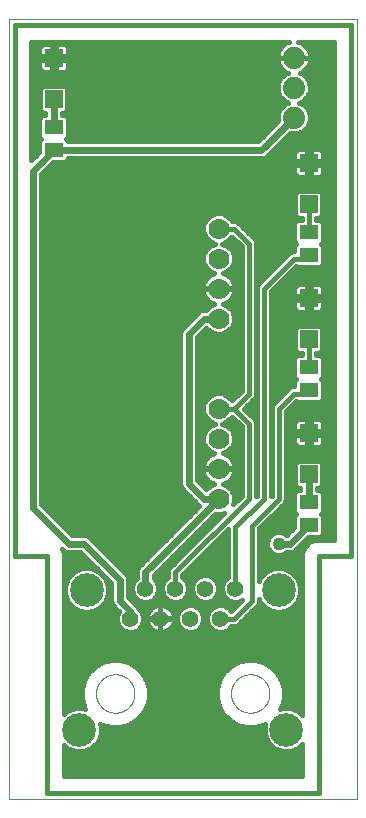
<source format=gtl>
G75*
%MOIN*%
%OFA0B0*%
%FSLAX25Y25*%
%IPPOS*%
%LPD*%
%AMOC8*
5,1,8,0,0,1.08239X$1,22.5*
%
%ADD10C,0.00000*%
%ADD11C,0.01600*%
%ADD12C,0.07000*%
%ADD13C,0.05543*%
%ADD14C,0.11220*%
%ADD15C,0.07400*%
%ADD16R,0.05906X0.05906*%
%ADD17R,0.06299X0.05118*%
%ADD18C,0.02400*%
%ADD19C,0.04356*%
%ADD20OC8,0.04356*%
D10*
X0001000Y0001000D02*
X0117142Y0001000D01*
X0117142Y0260843D01*
X0001000Y0260843D01*
X0001000Y0001000D01*
X0030100Y0036000D02*
X0030102Y0036160D01*
X0030108Y0036319D01*
X0030118Y0036478D01*
X0030132Y0036637D01*
X0030150Y0036796D01*
X0030171Y0036954D01*
X0030197Y0037111D01*
X0030227Y0037268D01*
X0030260Y0037424D01*
X0030298Y0037579D01*
X0030339Y0037733D01*
X0030384Y0037886D01*
X0030433Y0038038D01*
X0030486Y0038189D01*
X0030542Y0038338D01*
X0030603Y0038486D01*
X0030666Y0038632D01*
X0030734Y0038777D01*
X0030805Y0038920D01*
X0030879Y0039061D01*
X0030957Y0039200D01*
X0031039Y0039337D01*
X0031124Y0039472D01*
X0031212Y0039605D01*
X0031304Y0039736D01*
X0031398Y0039864D01*
X0031496Y0039990D01*
X0031597Y0040114D01*
X0031701Y0040235D01*
X0031808Y0040353D01*
X0031918Y0040469D01*
X0032031Y0040582D01*
X0032147Y0040692D01*
X0032265Y0040799D01*
X0032386Y0040903D01*
X0032510Y0041004D01*
X0032636Y0041102D01*
X0032764Y0041196D01*
X0032895Y0041288D01*
X0033028Y0041376D01*
X0033163Y0041461D01*
X0033300Y0041543D01*
X0033439Y0041621D01*
X0033580Y0041695D01*
X0033723Y0041766D01*
X0033868Y0041834D01*
X0034014Y0041897D01*
X0034162Y0041958D01*
X0034311Y0042014D01*
X0034462Y0042067D01*
X0034614Y0042116D01*
X0034767Y0042161D01*
X0034921Y0042202D01*
X0035076Y0042240D01*
X0035232Y0042273D01*
X0035389Y0042303D01*
X0035546Y0042329D01*
X0035704Y0042350D01*
X0035863Y0042368D01*
X0036022Y0042382D01*
X0036181Y0042392D01*
X0036340Y0042398D01*
X0036500Y0042400D01*
X0036660Y0042398D01*
X0036819Y0042392D01*
X0036978Y0042382D01*
X0037137Y0042368D01*
X0037296Y0042350D01*
X0037454Y0042329D01*
X0037611Y0042303D01*
X0037768Y0042273D01*
X0037924Y0042240D01*
X0038079Y0042202D01*
X0038233Y0042161D01*
X0038386Y0042116D01*
X0038538Y0042067D01*
X0038689Y0042014D01*
X0038838Y0041958D01*
X0038986Y0041897D01*
X0039132Y0041834D01*
X0039277Y0041766D01*
X0039420Y0041695D01*
X0039561Y0041621D01*
X0039700Y0041543D01*
X0039837Y0041461D01*
X0039972Y0041376D01*
X0040105Y0041288D01*
X0040236Y0041196D01*
X0040364Y0041102D01*
X0040490Y0041004D01*
X0040614Y0040903D01*
X0040735Y0040799D01*
X0040853Y0040692D01*
X0040969Y0040582D01*
X0041082Y0040469D01*
X0041192Y0040353D01*
X0041299Y0040235D01*
X0041403Y0040114D01*
X0041504Y0039990D01*
X0041602Y0039864D01*
X0041696Y0039736D01*
X0041788Y0039605D01*
X0041876Y0039472D01*
X0041961Y0039337D01*
X0042043Y0039200D01*
X0042121Y0039061D01*
X0042195Y0038920D01*
X0042266Y0038777D01*
X0042334Y0038632D01*
X0042397Y0038486D01*
X0042458Y0038338D01*
X0042514Y0038189D01*
X0042567Y0038038D01*
X0042616Y0037886D01*
X0042661Y0037733D01*
X0042702Y0037579D01*
X0042740Y0037424D01*
X0042773Y0037268D01*
X0042803Y0037111D01*
X0042829Y0036954D01*
X0042850Y0036796D01*
X0042868Y0036637D01*
X0042882Y0036478D01*
X0042892Y0036319D01*
X0042898Y0036160D01*
X0042900Y0036000D01*
X0042898Y0035840D01*
X0042892Y0035681D01*
X0042882Y0035522D01*
X0042868Y0035363D01*
X0042850Y0035204D01*
X0042829Y0035046D01*
X0042803Y0034889D01*
X0042773Y0034732D01*
X0042740Y0034576D01*
X0042702Y0034421D01*
X0042661Y0034267D01*
X0042616Y0034114D01*
X0042567Y0033962D01*
X0042514Y0033811D01*
X0042458Y0033662D01*
X0042397Y0033514D01*
X0042334Y0033368D01*
X0042266Y0033223D01*
X0042195Y0033080D01*
X0042121Y0032939D01*
X0042043Y0032800D01*
X0041961Y0032663D01*
X0041876Y0032528D01*
X0041788Y0032395D01*
X0041696Y0032264D01*
X0041602Y0032136D01*
X0041504Y0032010D01*
X0041403Y0031886D01*
X0041299Y0031765D01*
X0041192Y0031647D01*
X0041082Y0031531D01*
X0040969Y0031418D01*
X0040853Y0031308D01*
X0040735Y0031201D01*
X0040614Y0031097D01*
X0040490Y0030996D01*
X0040364Y0030898D01*
X0040236Y0030804D01*
X0040105Y0030712D01*
X0039972Y0030624D01*
X0039837Y0030539D01*
X0039700Y0030457D01*
X0039561Y0030379D01*
X0039420Y0030305D01*
X0039277Y0030234D01*
X0039132Y0030166D01*
X0038986Y0030103D01*
X0038838Y0030042D01*
X0038689Y0029986D01*
X0038538Y0029933D01*
X0038386Y0029884D01*
X0038233Y0029839D01*
X0038079Y0029798D01*
X0037924Y0029760D01*
X0037768Y0029727D01*
X0037611Y0029697D01*
X0037454Y0029671D01*
X0037296Y0029650D01*
X0037137Y0029632D01*
X0036978Y0029618D01*
X0036819Y0029608D01*
X0036660Y0029602D01*
X0036500Y0029600D01*
X0036340Y0029602D01*
X0036181Y0029608D01*
X0036022Y0029618D01*
X0035863Y0029632D01*
X0035704Y0029650D01*
X0035546Y0029671D01*
X0035389Y0029697D01*
X0035232Y0029727D01*
X0035076Y0029760D01*
X0034921Y0029798D01*
X0034767Y0029839D01*
X0034614Y0029884D01*
X0034462Y0029933D01*
X0034311Y0029986D01*
X0034162Y0030042D01*
X0034014Y0030103D01*
X0033868Y0030166D01*
X0033723Y0030234D01*
X0033580Y0030305D01*
X0033439Y0030379D01*
X0033300Y0030457D01*
X0033163Y0030539D01*
X0033028Y0030624D01*
X0032895Y0030712D01*
X0032764Y0030804D01*
X0032636Y0030898D01*
X0032510Y0030996D01*
X0032386Y0031097D01*
X0032265Y0031201D01*
X0032147Y0031308D01*
X0032031Y0031418D01*
X0031918Y0031531D01*
X0031808Y0031647D01*
X0031701Y0031765D01*
X0031597Y0031886D01*
X0031496Y0032010D01*
X0031398Y0032136D01*
X0031304Y0032264D01*
X0031212Y0032395D01*
X0031124Y0032528D01*
X0031039Y0032663D01*
X0030957Y0032800D01*
X0030879Y0032939D01*
X0030805Y0033080D01*
X0030734Y0033223D01*
X0030666Y0033368D01*
X0030603Y0033514D01*
X0030542Y0033662D01*
X0030486Y0033811D01*
X0030433Y0033962D01*
X0030384Y0034114D01*
X0030339Y0034267D01*
X0030298Y0034421D01*
X0030260Y0034576D01*
X0030227Y0034732D01*
X0030197Y0034889D01*
X0030171Y0035046D01*
X0030150Y0035204D01*
X0030132Y0035363D01*
X0030118Y0035522D01*
X0030108Y0035681D01*
X0030102Y0035840D01*
X0030100Y0036000D01*
X0075100Y0036000D02*
X0075102Y0036160D01*
X0075108Y0036319D01*
X0075118Y0036478D01*
X0075132Y0036637D01*
X0075150Y0036796D01*
X0075171Y0036954D01*
X0075197Y0037111D01*
X0075227Y0037268D01*
X0075260Y0037424D01*
X0075298Y0037579D01*
X0075339Y0037733D01*
X0075384Y0037886D01*
X0075433Y0038038D01*
X0075486Y0038189D01*
X0075542Y0038338D01*
X0075603Y0038486D01*
X0075666Y0038632D01*
X0075734Y0038777D01*
X0075805Y0038920D01*
X0075879Y0039061D01*
X0075957Y0039200D01*
X0076039Y0039337D01*
X0076124Y0039472D01*
X0076212Y0039605D01*
X0076304Y0039736D01*
X0076398Y0039864D01*
X0076496Y0039990D01*
X0076597Y0040114D01*
X0076701Y0040235D01*
X0076808Y0040353D01*
X0076918Y0040469D01*
X0077031Y0040582D01*
X0077147Y0040692D01*
X0077265Y0040799D01*
X0077386Y0040903D01*
X0077510Y0041004D01*
X0077636Y0041102D01*
X0077764Y0041196D01*
X0077895Y0041288D01*
X0078028Y0041376D01*
X0078163Y0041461D01*
X0078300Y0041543D01*
X0078439Y0041621D01*
X0078580Y0041695D01*
X0078723Y0041766D01*
X0078868Y0041834D01*
X0079014Y0041897D01*
X0079162Y0041958D01*
X0079311Y0042014D01*
X0079462Y0042067D01*
X0079614Y0042116D01*
X0079767Y0042161D01*
X0079921Y0042202D01*
X0080076Y0042240D01*
X0080232Y0042273D01*
X0080389Y0042303D01*
X0080546Y0042329D01*
X0080704Y0042350D01*
X0080863Y0042368D01*
X0081022Y0042382D01*
X0081181Y0042392D01*
X0081340Y0042398D01*
X0081500Y0042400D01*
X0081660Y0042398D01*
X0081819Y0042392D01*
X0081978Y0042382D01*
X0082137Y0042368D01*
X0082296Y0042350D01*
X0082454Y0042329D01*
X0082611Y0042303D01*
X0082768Y0042273D01*
X0082924Y0042240D01*
X0083079Y0042202D01*
X0083233Y0042161D01*
X0083386Y0042116D01*
X0083538Y0042067D01*
X0083689Y0042014D01*
X0083838Y0041958D01*
X0083986Y0041897D01*
X0084132Y0041834D01*
X0084277Y0041766D01*
X0084420Y0041695D01*
X0084561Y0041621D01*
X0084700Y0041543D01*
X0084837Y0041461D01*
X0084972Y0041376D01*
X0085105Y0041288D01*
X0085236Y0041196D01*
X0085364Y0041102D01*
X0085490Y0041004D01*
X0085614Y0040903D01*
X0085735Y0040799D01*
X0085853Y0040692D01*
X0085969Y0040582D01*
X0086082Y0040469D01*
X0086192Y0040353D01*
X0086299Y0040235D01*
X0086403Y0040114D01*
X0086504Y0039990D01*
X0086602Y0039864D01*
X0086696Y0039736D01*
X0086788Y0039605D01*
X0086876Y0039472D01*
X0086961Y0039337D01*
X0087043Y0039200D01*
X0087121Y0039061D01*
X0087195Y0038920D01*
X0087266Y0038777D01*
X0087334Y0038632D01*
X0087397Y0038486D01*
X0087458Y0038338D01*
X0087514Y0038189D01*
X0087567Y0038038D01*
X0087616Y0037886D01*
X0087661Y0037733D01*
X0087702Y0037579D01*
X0087740Y0037424D01*
X0087773Y0037268D01*
X0087803Y0037111D01*
X0087829Y0036954D01*
X0087850Y0036796D01*
X0087868Y0036637D01*
X0087882Y0036478D01*
X0087892Y0036319D01*
X0087898Y0036160D01*
X0087900Y0036000D01*
X0087898Y0035840D01*
X0087892Y0035681D01*
X0087882Y0035522D01*
X0087868Y0035363D01*
X0087850Y0035204D01*
X0087829Y0035046D01*
X0087803Y0034889D01*
X0087773Y0034732D01*
X0087740Y0034576D01*
X0087702Y0034421D01*
X0087661Y0034267D01*
X0087616Y0034114D01*
X0087567Y0033962D01*
X0087514Y0033811D01*
X0087458Y0033662D01*
X0087397Y0033514D01*
X0087334Y0033368D01*
X0087266Y0033223D01*
X0087195Y0033080D01*
X0087121Y0032939D01*
X0087043Y0032800D01*
X0086961Y0032663D01*
X0086876Y0032528D01*
X0086788Y0032395D01*
X0086696Y0032264D01*
X0086602Y0032136D01*
X0086504Y0032010D01*
X0086403Y0031886D01*
X0086299Y0031765D01*
X0086192Y0031647D01*
X0086082Y0031531D01*
X0085969Y0031418D01*
X0085853Y0031308D01*
X0085735Y0031201D01*
X0085614Y0031097D01*
X0085490Y0030996D01*
X0085364Y0030898D01*
X0085236Y0030804D01*
X0085105Y0030712D01*
X0084972Y0030624D01*
X0084837Y0030539D01*
X0084700Y0030457D01*
X0084561Y0030379D01*
X0084420Y0030305D01*
X0084277Y0030234D01*
X0084132Y0030166D01*
X0083986Y0030103D01*
X0083838Y0030042D01*
X0083689Y0029986D01*
X0083538Y0029933D01*
X0083386Y0029884D01*
X0083233Y0029839D01*
X0083079Y0029798D01*
X0082924Y0029760D01*
X0082768Y0029727D01*
X0082611Y0029697D01*
X0082454Y0029671D01*
X0082296Y0029650D01*
X0082137Y0029632D01*
X0081978Y0029618D01*
X0081819Y0029608D01*
X0081660Y0029602D01*
X0081500Y0029600D01*
X0081340Y0029602D01*
X0081181Y0029608D01*
X0081022Y0029618D01*
X0080863Y0029632D01*
X0080704Y0029650D01*
X0080546Y0029671D01*
X0080389Y0029697D01*
X0080232Y0029727D01*
X0080076Y0029760D01*
X0079921Y0029798D01*
X0079767Y0029839D01*
X0079614Y0029884D01*
X0079462Y0029933D01*
X0079311Y0029986D01*
X0079162Y0030042D01*
X0079014Y0030103D01*
X0078868Y0030166D01*
X0078723Y0030234D01*
X0078580Y0030305D01*
X0078439Y0030379D01*
X0078300Y0030457D01*
X0078163Y0030539D01*
X0078028Y0030624D01*
X0077895Y0030712D01*
X0077764Y0030804D01*
X0077636Y0030898D01*
X0077510Y0030996D01*
X0077386Y0031097D01*
X0077265Y0031201D01*
X0077147Y0031308D01*
X0077031Y0031418D01*
X0076918Y0031531D01*
X0076808Y0031647D01*
X0076701Y0031765D01*
X0076597Y0031886D01*
X0076496Y0032010D01*
X0076398Y0032136D01*
X0076304Y0032264D01*
X0076212Y0032395D01*
X0076124Y0032528D01*
X0076039Y0032663D01*
X0075957Y0032800D01*
X0075879Y0032939D01*
X0075805Y0033080D01*
X0075734Y0033223D01*
X0075666Y0033368D01*
X0075603Y0033514D01*
X0075542Y0033662D01*
X0075486Y0033811D01*
X0075433Y0033962D01*
X0075384Y0034114D01*
X0075339Y0034267D01*
X0075298Y0034421D01*
X0075260Y0034576D01*
X0075227Y0034732D01*
X0075197Y0034889D01*
X0075171Y0035046D01*
X0075150Y0035204D01*
X0075132Y0035363D01*
X0075118Y0035522D01*
X0075108Y0035681D01*
X0075102Y0035840D01*
X0075100Y0036000D01*
D11*
X0071063Y0031677D02*
X0072538Y0029123D01*
X0074623Y0027038D01*
X0077177Y0025563D01*
X0080025Y0024800D01*
X0082975Y0024800D01*
X0085823Y0025563D01*
X0086507Y0025958D01*
X0086290Y0025434D01*
X0086290Y0022566D01*
X0087387Y0019916D01*
X0089416Y0017887D01*
X0092066Y0016790D01*
X0094934Y0016790D01*
X0097584Y0017887D01*
X0098762Y0019065D01*
X0098762Y0008568D01*
X0019380Y0008568D01*
X0019380Y0018924D01*
X0020416Y0017887D01*
X0023066Y0016790D01*
X0025934Y0016790D01*
X0028584Y0017887D01*
X0030613Y0019916D01*
X0031710Y0022566D01*
X0031710Y0025434D01*
X0031493Y0025958D01*
X0032177Y0025563D01*
X0035025Y0024800D01*
X0037975Y0024800D01*
X0040823Y0025563D01*
X0043377Y0027038D01*
X0045462Y0029123D01*
X0046937Y0031677D01*
X0047700Y0034525D01*
X0047700Y0037475D01*
X0046937Y0040323D01*
X0045462Y0042877D01*
X0043377Y0044962D01*
X0040823Y0046437D01*
X0037975Y0047200D01*
X0035025Y0047200D01*
X0032177Y0046437D01*
X0029623Y0044962D01*
X0027538Y0042877D01*
X0026063Y0040323D01*
X0025300Y0037475D01*
X0025300Y0034525D01*
X0026063Y0031677D01*
X0026458Y0030993D01*
X0025934Y0031210D01*
X0023066Y0031210D01*
X0020416Y0030113D01*
X0019380Y0029076D01*
X0019380Y0082823D01*
X0018787Y0084253D01*
X0019414Y0083626D01*
X0020443Y0083200D01*
X0024840Y0083200D01*
X0035200Y0072840D01*
X0035200Y0066443D01*
X0035626Y0065414D01*
X0036414Y0064626D01*
X0037727Y0063314D01*
X0037128Y0061870D01*
X0037128Y0060130D01*
X0037794Y0058524D01*
X0039024Y0057294D01*
X0040630Y0056628D01*
X0042370Y0056628D01*
X0043976Y0057294D01*
X0045206Y0058524D01*
X0045872Y0060130D01*
X0045872Y0061870D01*
X0045206Y0063476D01*
X0044070Y0064613D01*
X0043874Y0065086D01*
X0040800Y0068160D01*
X0040800Y0074557D01*
X0040374Y0075586D01*
X0028374Y0087586D01*
X0027586Y0088374D01*
X0026557Y0088800D01*
X0022160Y0088800D01*
X0011800Y0099160D01*
X0011800Y0209100D01*
X0015801Y0213101D01*
X0019812Y0213101D01*
X0020750Y0214038D01*
X0020750Y0214460D01*
X0085817Y0214460D01*
X0086846Y0214886D01*
X0094744Y0222784D01*
X0094946Y0222700D01*
X0097054Y0222700D01*
X0099002Y0223507D01*
X0100493Y0224998D01*
X0101300Y0226946D01*
X0101300Y0229054D01*
X0100493Y0231002D01*
X0099002Y0232493D01*
X0097778Y0233000D01*
X0099002Y0233507D01*
X0100493Y0234998D01*
X0101300Y0236946D01*
X0101300Y0239054D01*
X0100493Y0241002D01*
X0099002Y0242493D01*
X0098056Y0242885D01*
X0098111Y0242903D01*
X0098883Y0243296D01*
X0099583Y0243805D01*
X0100195Y0244417D01*
X0100704Y0245117D01*
X0101097Y0245889D01*
X0101365Y0246712D01*
X0101500Y0247567D01*
X0101500Y0248000D01*
X0101500Y0248433D01*
X0101365Y0249288D01*
X0101097Y0250111D01*
X0100704Y0250883D01*
X0100195Y0251583D01*
X0099583Y0252195D01*
X0098883Y0252704D01*
X0098111Y0253097D01*
X0097567Y0253274D01*
X0109573Y0253274D01*
X0109573Y0087309D01*
X0103248Y0087309D01*
X0101190Y0086456D01*
X0099615Y0084881D01*
X0098762Y0082823D01*
X0098762Y0028935D01*
X0097584Y0030113D01*
X0094934Y0031210D01*
X0092066Y0031210D01*
X0091542Y0030993D01*
X0091937Y0031677D01*
X0092700Y0034525D01*
X0092700Y0037475D01*
X0091937Y0040323D01*
X0090462Y0042877D01*
X0088377Y0044962D01*
X0085823Y0046437D01*
X0082975Y0047200D01*
X0080025Y0047200D01*
X0077177Y0046437D01*
X0074623Y0044962D01*
X0072538Y0042877D01*
X0071063Y0040323D01*
X0070300Y0037475D01*
X0070300Y0034525D01*
X0071063Y0031677D01*
X0071239Y0031372D02*
X0046760Y0031372D01*
X0047283Y0032970D02*
X0070717Y0032970D01*
X0070300Y0034569D02*
X0047700Y0034569D01*
X0047700Y0036167D02*
X0070300Y0036167D01*
X0070378Y0037766D02*
X0047622Y0037766D01*
X0047194Y0039364D02*
X0070806Y0039364D01*
X0071433Y0040963D02*
X0046567Y0040963D01*
X0045644Y0042561D02*
X0072356Y0042561D01*
X0073821Y0044160D02*
X0044179Y0044160D01*
X0041998Y0045758D02*
X0076002Y0045758D01*
X0072370Y0056628D02*
X0073976Y0057294D01*
X0075206Y0058524D01*
X0075238Y0058600D01*
X0076477Y0058600D01*
X0077359Y0058965D01*
X0083359Y0064965D01*
X0084035Y0065641D01*
X0084400Y0066523D01*
X0084400Y0067581D01*
X0084887Y0066404D01*
X0086916Y0064376D01*
X0089566Y0063278D01*
X0092434Y0063278D01*
X0095084Y0064376D01*
X0097113Y0066404D01*
X0098210Y0069054D01*
X0098210Y0071922D01*
X0097113Y0074572D01*
X0095084Y0076601D01*
X0092434Y0077698D01*
X0089566Y0077698D01*
X0086916Y0076601D01*
X0084887Y0074572D01*
X0084400Y0073396D01*
X0084400Y0091006D01*
X0092359Y0098965D01*
X0093035Y0099641D01*
X0093400Y0100523D01*
X0093400Y0130006D01*
X0096841Y0133447D01*
X0097188Y0133101D01*
X0104812Y0133101D01*
X0105750Y0134038D01*
X0105750Y0140482D01*
X0105231Y0141000D01*
X0105750Y0141518D01*
X0105750Y0147962D01*
X0104812Y0148899D01*
X0103400Y0148899D01*
X0103400Y0149557D01*
X0104615Y0149557D01*
X0105553Y0150495D01*
X0105553Y0157726D01*
X0104615Y0158663D01*
X0097384Y0158663D01*
X0096447Y0157726D01*
X0096447Y0150495D01*
X0097384Y0149557D01*
X0098600Y0149557D01*
X0098600Y0148899D01*
X0097188Y0148899D01*
X0096250Y0147962D01*
X0096250Y0141518D01*
X0096769Y0141000D01*
X0096250Y0140482D01*
X0096250Y0138400D01*
X0095523Y0138400D01*
X0094641Y0138035D01*
X0093965Y0137359D01*
X0088965Y0132359D01*
X0088600Y0131477D01*
X0088600Y0101994D01*
X0088400Y0101794D01*
X0088400Y0170006D01*
X0096841Y0178447D01*
X0097188Y0178101D01*
X0104812Y0178101D01*
X0105750Y0179038D01*
X0105750Y0185482D01*
X0105231Y0186000D01*
X0105750Y0186518D01*
X0105750Y0192962D01*
X0104812Y0193899D01*
X0103400Y0193899D01*
X0103400Y0194557D01*
X0104615Y0194557D01*
X0105553Y0195495D01*
X0105553Y0202726D01*
X0104615Y0203663D01*
X0097384Y0203663D01*
X0096447Y0202726D01*
X0096447Y0195495D01*
X0097384Y0194557D01*
X0098600Y0194557D01*
X0098600Y0193899D01*
X0097188Y0193899D01*
X0096250Y0192962D01*
X0096250Y0186518D01*
X0096769Y0186000D01*
X0096250Y0185482D01*
X0096250Y0183400D01*
X0095523Y0183400D01*
X0094641Y0183035D01*
X0093965Y0182359D01*
X0083965Y0172359D01*
X0083600Y0171477D01*
X0083600Y0101994D01*
X0083400Y0101794D01*
X0083400Y0126477D01*
X0083035Y0127359D01*
X0079394Y0131000D01*
X0083035Y0134641D01*
X0083400Y0135523D01*
X0083400Y0186477D01*
X0083035Y0187359D01*
X0082359Y0188035D01*
X0077359Y0193035D01*
X0076477Y0193400D01*
X0075526Y0193400D01*
X0075324Y0193889D01*
X0073889Y0195324D01*
X0072014Y0196100D01*
X0069986Y0196100D01*
X0068111Y0195324D01*
X0066676Y0193889D01*
X0065900Y0192014D01*
X0065900Y0189986D01*
X0066676Y0188111D01*
X0068111Y0186676D01*
X0069744Y0186000D01*
X0068111Y0185324D01*
X0066676Y0183889D01*
X0065900Y0182014D01*
X0065900Y0179986D01*
X0066676Y0178111D01*
X0068111Y0176676D01*
X0069521Y0176092D01*
X0068966Y0175912D01*
X0068222Y0175533D01*
X0067547Y0175043D01*
X0066957Y0174453D01*
X0066467Y0173778D01*
X0066088Y0173034D01*
X0065830Y0172241D01*
X0065700Y0171417D01*
X0065700Y0171184D01*
X0070816Y0171184D01*
X0070816Y0170816D01*
X0065700Y0170816D01*
X0065700Y0170583D01*
X0065830Y0169759D01*
X0066088Y0168966D01*
X0066467Y0168222D01*
X0066957Y0167547D01*
X0067547Y0166957D01*
X0068222Y0166467D01*
X0068966Y0166088D01*
X0069521Y0165908D01*
X0068111Y0165324D01*
X0066676Y0163889D01*
X0066640Y0163800D01*
X0065443Y0163800D01*
X0064414Y0163374D01*
X0063626Y0162586D01*
X0058626Y0157586D01*
X0058200Y0156557D01*
X0058200Y0105443D01*
X0058626Y0104414D01*
X0059414Y0103626D01*
X0064414Y0098626D01*
X0064593Y0098552D01*
X0044126Y0078086D01*
X0043700Y0077057D01*
X0043700Y0074382D01*
X0042794Y0073476D01*
X0042128Y0071870D01*
X0042128Y0070130D01*
X0042794Y0068524D01*
X0044024Y0067294D01*
X0045630Y0066628D01*
X0047370Y0066628D01*
X0048976Y0067294D01*
X0050206Y0068524D01*
X0050872Y0070130D01*
X0050872Y0071870D01*
X0050206Y0073476D01*
X0049300Y0074382D01*
X0049300Y0075340D01*
X0069897Y0095937D01*
X0069986Y0095900D01*
X0072014Y0095900D01*
X0072853Y0096248D01*
X0054465Y0077859D01*
X0054100Y0076977D01*
X0054100Y0074738D01*
X0054024Y0074706D01*
X0052794Y0073476D01*
X0052128Y0071870D01*
X0052128Y0070130D01*
X0052794Y0068524D01*
X0054024Y0067294D01*
X0055630Y0066628D01*
X0057370Y0066628D01*
X0058976Y0067294D01*
X0060206Y0068524D01*
X0060872Y0070130D01*
X0060872Y0071870D01*
X0060206Y0073476D01*
X0058976Y0074706D01*
X0058900Y0074738D01*
X0058900Y0075506D01*
X0074100Y0090706D01*
X0074100Y0074738D01*
X0074024Y0074706D01*
X0072794Y0073476D01*
X0072128Y0071870D01*
X0072128Y0070130D01*
X0072794Y0068524D01*
X0074024Y0067294D01*
X0075630Y0066628D01*
X0077370Y0066628D01*
X0078846Y0067240D01*
X0075144Y0063538D01*
X0073976Y0064706D01*
X0072370Y0065372D01*
X0070630Y0065372D01*
X0069024Y0064706D01*
X0067794Y0063476D01*
X0067128Y0061870D01*
X0067128Y0060130D01*
X0067794Y0058524D01*
X0069024Y0057294D01*
X0070630Y0056628D01*
X0072370Y0056628D01*
X0073141Y0056948D02*
X0098762Y0056948D01*
X0098762Y0058546D02*
X0075216Y0058546D01*
X0076000Y0061000D02*
X0082000Y0067000D01*
X0082000Y0092000D01*
X0091000Y0101000D01*
X0091000Y0131000D01*
X0096000Y0136000D01*
X0099740Y0136000D01*
X0101000Y0137260D01*
X0101000Y0144740D02*
X0101000Y0154110D01*
X0104720Y0149662D02*
X0109573Y0149662D01*
X0109573Y0151260D02*
X0105553Y0151260D01*
X0105553Y0152859D02*
X0109573Y0152859D01*
X0109573Y0154457D02*
X0105553Y0154457D01*
X0105553Y0156056D02*
X0109573Y0156056D01*
X0109573Y0157654D02*
X0105553Y0157654D01*
X0104190Y0163137D02*
X0104648Y0163260D01*
X0105058Y0163497D01*
X0105393Y0163832D01*
X0105630Y0164242D01*
X0105753Y0164700D01*
X0105753Y0167213D01*
X0101676Y0167213D01*
X0101676Y0163137D01*
X0104190Y0163137D01*
X0105518Y0164048D02*
X0109573Y0164048D01*
X0109573Y0162450D02*
X0088400Y0162450D01*
X0088400Y0164048D02*
X0096482Y0164048D01*
X0096370Y0164242D02*
X0096607Y0163832D01*
X0096942Y0163497D01*
X0097352Y0163260D01*
X0097810Y0163137D01*
X0100324Y0163137D01*
X0100324Y0167213D01*
X0101676Y0167213D01*
X0101676Y0168566D01*
X0100324Y0168566D01*
X0100324Y0172643D01*
X0097810Y0172643D01*
X0097352Y0172520D01*
X0096942Y0172283D01*
X0096607Y0171948D01*
X0096370Y0171537D01*
X0096247Y0171079D01*
X0096247Y0168566D01*
X0100324Y0168566D01*
X0100324Y0167213D01*
X0096247Y0167213D01*
X0096247Y0164700D01*
X0096370Y0164242D01*
X0096247Y0165647D02*
X0088400Y0165647D01*
X0088400Y0167245D02*
X0100324Y0167245D01*
X0100324Y0165647D02*
X0101676Y0165647D01*
X0101676Y0167245D02*
X0109573Y0167245D01*
X0109573Y0165647D02*
X0105753Y0165647D01*
X0105753Y0168566D02*
X0105753Y0171079D01*
X0105630Y0171537D01*
X0105393Y0171948D01*
X0105058Y0172283D01*
X0104648Y0172520D01*
X0104190Y0172643D01*
X0101676Y0172643D01*
X0101676Y0168566D01*
X0105753Y0168566D01*
X0105753Y0168844D02*
X0109573Y0168844D01*
X0109573Y0170442D02*
X0105753Y0170442D01*
X0105300Y0172041D02*
X0109573Y0172041D01*
X0109573Y0173639D02*
X0092033Y0173639D01*
X0090435Y0172041D02*
X0096700Y0172041D01*
X0096247Y0170442D02*
X0088836Y0170442D01*
X0088400Y0168844D02*
X0096247Y0168844D01*
X0093632Y0175238D02*
X0109573Y0175238D01*
X0109573Y0176836D02*
X0095230Y0176836D01*
X0096829Y0178435D02*
X0096854Y0178435D01*
X0096000Y0181000D02*
X0099740Y0181000D01*
X0101000Y0182260D01*
X0101000Y0189740D02*
X0101000Y0199110D01*
X0098600Y0194420D02*
X0074793Y0194420D01*
X0072211Y0196018D02*
X0096447Y0196018D01*
X0096447Y0197617D02*
X0011800Y0197617D01*
X0011800Y0199215D02*
X0096447Y0199215D01*
X0096447Y0200814D02*
X0011800Y0200814D01*
X0011800Y0202412D02*
X0096447Y0202412D01*
X0097810Y0208137D02*
X0100324Y0208137D01*
X0100324Y0212213D01*
X0101676Y0212213D01*
X0101676Y0208137D01*
X0104190Y0208137D01*
X0104648Y0208260D01*
X0105058Y0208497D01*
X0105393Y0208832D01*
X0105630Y0209242D01*
X0105753Y0209700D01*
X0105753Y0212213D01*
X0101676Y0212213D01*
X0101676Y0213566D01*
X0100324Y0213566D01*
X0100324Y0217643D01*
X0097810Y0217643D01*
X0097352Y0217520D01*
X0096942Y0217283D01*
X0096607Y0216948D01*
X0096370Y0216537D01*
X0096247Y0216079D01*
X0096247Y0213566D01*
X0100324Y0213566D01*
X0100324Y0212213D01*
X0096247Y0212213D01*
X0096247Y0209700D01*
X0096370Y0209242D01*
X0096607Y0208832D01*
X0096942Y0208497D01*
X0097352Y0208260D01*
X0097810Y0208137D01*
X0096632Y0208806D02*
X0011800Y0208806D01*
X0011800Y0207208D02*
X0109573Y0207208D01*
X0109573Y0208806D02*
X0105368Y0208806D01*
X0105753Y0210405D02*
X0109573Y0210405D01*
X0109573Y0212003D02*
X0105753Y0212003D01*
X0105753Y0213566D02*
X0105753Y0216079D01*
X0105630Y0216537D01*
X0105393Y0216948D01*
X0105058Y0217283D01*
X0104648Y0217520D01*
X0104190Y0217643D01*
X0101676Y0217643D01*
X0101676Y0213566D01*
X0105753Y0213566D01*
X0105753Y0213602D02*
X0109573Y0213602D01*
X0109573Y0215201D02*
X0105753Y0215201D01*
X0105479Y0216799D02*
X0109573Y0216799D01*
X0109573Y0218398D02*
X0090357Y0218398D01*
X0091956Y0219996D02*
X0109573Y0219996D01*
X0109573Y0221595D02*
X0093554Y0221595D01*
X0096521Y0216799D02*
X0088759Y0216799D01*
X0087160Y0215201D02*
X0096247Y0215201D01*
X0096247Y0213602D02*
X0020314Y0213602D01*
X0020750Y0220060D02*
X0020750Y0220482D01*
X0020231Y0221000D01*
X0020750Y0221518D01*
X0020750Y0227962D01*
X0019812Y0228899D01*
X0018800Y0228899D01*
X0018800Y0229557D01*
X0019615Y0229557D01*
X0020553Y0230495D01*
X0020553Y0237726D01*
X0019615Y0238663D01*
X0012384Y0238663D01*
X0011447Y0237726D01*
X0011447Y0230495D01*
X0012384Y0229557D01*
X0013200Y0229557D01*
X0013200Y0228899D01*
X0012188Y0228899D01*
X0011250Y0227962D01*
X0011250Y0221518D01*
X0011769Y0221000D01*
X0011250Y0220482D01*
X0011250Y0216470D01*
X0008568Y0213788D01*
X0008568Y0253274D01*
X0094433Y0253274D01*
X0093889Y0253097D01*
X0093117Y0252704D01*
X0092417Y0252195D01*
X0091805Y0251583D01*
X0091296Y0250883D01*
X0090903Y0250111D01*
X0090635Y0249288D01*
X0090500Y0248433D01*
X0090500Y0248000D01*
X0096000Y0248000D01*
X0101500Y0248000D01*
X0096000Y0248000D01*
X0096000Y0248000D01*
X0096000Y0248000D01*
X0090500Y0248000D01*
X0090500Y0247567D01*
X0090635Y0246712D01*
X0090903Y0245889D01*
X0091296Y0245117D01*
X0091805Y0244417D01*
X0092417Y0243805D01*
X0093117Y0243296D01*
X0093889Y0242903D01*
X0093944Y0242885D01*
X0092998Y0242493D01*
X0091507Y0241002D01*
X0090700Y0239054D01*
X0090700Y0236946D01*
X0091507Y0234998D01*
X0092998Y0233507D01*
X0094222Y0233000D01*
X0092998Y0232493D01*
X0091507Y0231002D01*
X0090700Y0229054D01*
X0090700Y0226946D01*
X0090784Y0226744D01*
X0084100Y0220060D01*
X0020750Y0220060D01*
X0020750Y0221595D02*
X0085635Y0221595D01*
X0087233Y0223193D02*
X0020750Y0223193D01*
X0020750Y0224792D02*
X0088832Y0224792D01*
X0090430Y0226390D02*
X0020750Y0226390D01*
X0020723Y0227989D02*
X0090700Y0227989D01*
X0090921Y0229587D02*
X0019645Y0229587D01*
X0020553Y0231186D02*
X0091690Y0231186D01*
X0092122Y0234383D02*
X0020553Y0234383D01*
X0020553Y0235981D02*
X0091100Y0235981D01*
X0090700Y0237580D02*
X0020553Y0237580D01*
X0020553Y0232784D02*
X0093700Y0232784D01*
X0090751Y0239178D02*
X0008568Y0239178D01*
X0008568Y0237580D02*
X0011447Y0237580D01*
X0011447Y0235981D02*
X0008568Y0235981D01*
X0008568Y0234383D02*
X0011447Y0234383D01*
X0011447Y0232784D02*
X0008568Y0232784D01*
X0008568Y0231186D02*
X0011447Y0231186D01*
X0012355Y0229587D02*
X0008568Y0229587D01*
X0008568Y0227989D02*
X0011277Y0227989D01*
X0011250Y0226390D02*
X0008568Y0226390D01*
X0008568Y0224792D02*
X0011250Y0224792D01*
X0011250Y0223193D02*
X0008568Y0223193D01*
X0008568Y0221595D02*
X0011250Y0221595D01*
X0011250Y0219996D02*
X0008568Y0219996D01*
X0008568Y0218398D02*
X0011250Y0218398D01*
X0011250Y0216799D02*
X0008568Y0216799D01*
X0008568Y0215201D02*
X0009981Y0215201D01*
X0013105Y0210405D02*
X0096247Y0210405D01*
X0096247Y0212003D02*
X0014703Y0212003D01*
X0011800Y0205609D02*
X0109573Y0205609D01*
X0109573Y0204011D02*
X0011800Y0204011D01*
X0011800Y0196018D02*
X0069789Y0196018D01*
X0071000Y0191000D02*
X0076000Y0191000D01*
X0081000Y0186000D01*
X0081000Y0136000D01*
X0076000Y0131000D01*
X0071000Y0131000D01*
X0069986Y0136100D02*
X0068111Y0135324D01*
X0066676Y0133889D01*
X0065900Y0132014D01*
X0065900Y0129986D01*
X0066676Y0128111D01*
X0068111Y0126676D01*
X0069744Y0126000D01*
X0068111Y0125324D01*
X0066676Y0123889D01*
X0065900Y0122014D01*
X0065900Y0119986D01*
X0066676Y0118111D01*
X0068111Y0116676D01*
X0069521Y0116092D01*
X0068966Y0115912D01*
X0068222Y0115533D01*
X0067547Y0115043D01*
X0066957Y0114453D01*
X0066467Y0113778D01*
X0066088Y0113034D01*
X0065830Y0112241D01*
X0065700Y0111417D01*
X0065700Y0111184D01*
X0070816Y0111184D01*
X0070816Y0110816D01*
X0065700Y0110816D01*
X0065700Y0110583D01*
X0065830Y0109759D01*
X0066088Y0108966D01*
X0066467Y0108222D01*
X0066957Y0107547D01*
X0067547Y0106957D01*
X0068222Y0106467D01*
X0068966Y0106088D01*
X0069521Y0105908D01*
X0068111Y0105324D01*
X0066874Y0104086D01*
X0063800Y0107160D01*
X0063800Y0154840D01*
X0066874Y0157914D01*
X0068111Y0156676D01*
X0069986Y0155900D01*
X0072014Y0155900D01*
X0073889Y0156676D01*
X0075324Y0158111D01*
X0076100Y0159986D01*
X0076100Y0162014D01*
X0075324Y0163889D01*
X0073889Y0165324D01*
X0072479Y0165908D01*
X0073034Y0166088D01*
X0073778Y0166467D01*
X0074453Y0166957D01*
X0075043Y0167547D01*
X0075533Y0168222D01*
X0075912Y0168966D01*
X0076169Y0169759D01*
X0076300Y0170583D01*
X0076300Y0170816D01*
X0071184Y0170816D01*
X0071184Y0171184D01*
X0076300Y0171184D01*
X0076300Y0171417D01*
X0076169Y0172241D01*
X0075912Y0173034D01*
X0075533Y0173778D01*
X0075043Y0174453D01*
X0074453Y0175043D01*
X0073778Y0175533D01*
X0073034Y0175912D01*
X0072479Y0176092D01*
X0073889Y0176676D01*
X0075324Y0178111D01*
X0076100Y0179986D01*
X0076100Y0182014D01*
X0075324Y0183889D01*
X0073889Y0185324D01*
X0072256Y0186000D01*
X0073889Y0186676D01*
X0075324Y0188111D01*
X0075374Y0188232D01*
X0078600Y0185006D01*
X0078600Y0136994D01*
X0075374Y0133768D01*
X0075324Y0133889D01*
X0073889Y0135324D01*
X0072014Y0136100D01*
X0069986Y0136100D01*
X0068062Y0135275D02*
X0063800Y0135275D01*
X0063800Y0136873D02*
X0078479Y0136873D01*
X0078600Y0138472D02*
X0063800Y0138472D01*
X0063800Y0140070D02*
X0078600Y0140070D01*
X0078600Y0141669D02*
X0063800Y0141669D01*
X0063800Y0143268D02*
X0078600Y0143268D01*
X0078600Y0144866D02*
X0063800Y0144866D01*
X0063800Y0146465D02*
X0078600Y0146465D01*
X0078600Y0148063D02*
X0063800Y0148063D01*
X0063800Y0149662D02*
X0078600Y0149662D01*
X0078600Y0151260D02*
X0063800Y0151260D01*
X0063800Y0152859D02*
X0078600Y0152859D01*
X0078600Y0154457D02*
X0063800Y0154457D01*
X0065015Y0156056D02*
X0069610Y0156056D01*
X0067133Y0157654D02*
X0066614Y0157654D01*
X0066836Y0164048D02*
X0011800Y0164048D01*
X0011800Y0162450D02*
X0063490Y0162450D01*
X0061891Y0160851D02*
X0011800Y0160851D01*
X0011800Y0159253D02*
X0060293Y0159253D01*
X0058694Y0157654D02*
X0011800Y0157654D01*
X0011800Y0156056D02*
X0058200Y0156056D01*
X0058200Y0154457D02*
X0011800Y0154457D01*
X0011800Y0152859D02*
X0058200Y0152859D01*
X0058200Y0151260D02*
X0011800Y0151260D01*
X0011800Y0149662D02*
X0058200Y0149662D01*
X0058200Y0148063D02*
X0011800Y0148063D01*
X0011800Y0146465D02*
X0058200Y0146465D01*
X0058200Y0144866D02*
X0011800Y0144866D01*
X0011800Y0143268D02*
X0058200Y0143268D01*
X0058200Y0141669D02*
X0011800Y0141669D01*
X0011800Y0140070D02*
X0058200Y0140070D01*
X0058200Y0138472D02*
X0011800Y0138472D01*
X0011800Y0136873D02*
X0058200Y0136873D01*
X0058200Y0135275D02*
X0011800Y0135275D01*
X0011800Y0133676D02*
X0058200Y0133676D01*
X0058200Y0132078D02*
X0011800Y0132078D01*
X0011800Y0130479D02*
X0058200Y0130479D01*
X0058200Y0128881D02*
X0011800Y0128881D01*
X0011800Y0127282D02*
X0058200Y0127282D01*
X0058200Y0125684D02*
X0011800Y0125684D01*
X0011800Y0124085D02*
X0058200Y0124085D01*
X0058200Y0122487D02*
X0011800Y0122487D01*
X0011800Y0120888D02*
X0058200Y0120888D01*
X0058200Y0119290D02*
X0011800Y0119290D01*
X0011800Y0117691D02*
X0058200Y0117691D01*
X0058200Y0116093D02*
X0011800Y0116093D01*
X0011800Y0114494D02*
X0058200Y0114494D01*
X0058200Y0112896D02*
X0011800Y0112896D01*
X0011800Y0111297D02*
X0058200Y0111297D01*
X0058200Y0109699D02*
X0011800Y0109699D01*
X0011800Y0108100D02*
X0058200Y0108100D01*
X0058200Y0106502D02*
X0011800Y0106502D01*
X0011800Y0104903D02*
X0058424Y0104903D01*
X0059735Y0103305D02*
X0011800Y0103305D01*
X0011800Y0101706D02*
X0061334Y0101706D01*
X0062932Y0100108D02*
X0011800Y0100108D01*
X0012451Y0098509D02*
X0064549Y0098509D01*
X0062951Y0096911D02*
X0014049Y0096911D01*
X0015648Y0095312D02*
X0061352Y0095312D01*
X0059754Y0093714D02*
X0017246Y0093714D01*
X0018845Y0092115D02*
X0058155Y0092115D01*
X0056557Y0090517D02*
X0020443Y0090517D01*
X0022042Y0088918D02*
X0054958Y0088918D01*
X0053360Y0087320D02*
X0028640Y0087320D01*
X0030239Y0085721D02*
X0051761Y0085721D01*
X0050163Y0084123D02*
X0031837Y0084123D01*
X0033436Y0082524D02*
X0048564Y0082524D01*
X0046966Y0080926D02*
X0035034Y0080926D01*
X0036633Y0079327D02*
X0045367Y0079327D01*
X0043978Y0077729D02*
X0038231Y0077729D01*
X0039830Y0076130D02*
X0043700Y0076130D01*
X0043700Y0074532D02*
X0040800Y0074532D01*
X0040800Y0072933D02*
X0042569Y0072933D01*
X0042128Y0071334D02*
X0040800Y0071334D01*
X0040800Y0069736D02*
X0042292Y0069736D01*
X0043180Y0068137D02*
X0040822Y0068137D01*
X0042421Y0066539D02*
X0078145Y0066539D01*
X0076546Y0064940D02*
X0073411Y0064940D01*
X0073180Y0068137D02*
X0069820Y0068137D01*
X0070206Y0068524D02*
X0070872Y0070130D01*
X0070872Y0071870D01*
X0070206Y0073476D01*
X0068976Y0074706D01*
X0067370Y0075372D01*
X0065630Y0075372D01*
X0064024Y0074706D01*
X0062794Y0073476D01*
X0062128Y0071870D01*
X0062128Y0070130D01*
X0062794Y0068524D01*
X0064024Y0067294D01*
X0065630Y0066628D01*
X0067370Y0066628D01*
X0068976Y0067294D01*
X0070206Y0068524D01*
X0070708Y0069736D02*
X0072292Y0069736D01*
X0072128Y0071334D02*
X0070872Y0071334D01*
X0070431Y0072933D02*
X0072569Y0072933D01*
X0073849Y0074532D02*
X0069151Y0074532D01*
X0065918Y0082524D02*
X0074100Y0082524D01*
X0074100Y0080926D02*
X0064320Y0080926D01*
X0062721Y0079327D02*
X0074100Y0079327D01*
X0074100Y0077729D02*
X0061123Y0077729D01*
X0059524Y0076130D02*
X0074100Y0076130D01*
X0076500Y0071000D02*
X0076500Y0091500D01*
X0086000Y0101000D01*
X0086000Y0171000D01*
X0096000Y0181000D01*
X0095113Y0183230D02*
X0083400Y0183230D01*
X0083400Y0181632D02*
X0093238Y0181632D01*
X0091639Y0180033D02*
X0083400Y0180033D01*
X0083400Y0178435D02*
X0090041Y0178435D01*
X0088442Y0176836D02*
X0083400Y0176836D01*
X0083400Y0175238D02*
X0086844Y0175238D01*
X0085245Y0173639D02*
X0083400Y0173639D01*
X0083400Y0172041D02*
X0083833Y0172041D01*
X0083600Y0170442D02*
X0083400Y0170442D01*
X0083400Y0168844D02*
X0083600Y0168844D01*
X0083600Y0167245D02*
X0083400Y0167245D01*
X0083400Y0165647D02*
X0083600Y0165647D01*
X0083600Y0164048D02*
X0083400Y0164048D01*
X0083400Y0162450D02*
X0083600Y0162450D01*
X0083600Y0160851D02*
X0083400Y0160851D01*
X0083400Y0159253D02*
X0083600Y0159253D01*
X0083600Y0157654D02*
X0083400Y0157654D01*
X0083400Y0156056D02*
X0083600Y0156056D01*
X0083600Y0154457D02*
X0083400Y0154457D01*
X0083400Y0152859D02*
X0083600Y0152859D01*
X0083600Y0151260D02*
X0083400Y0151260D01*
X0083400Y0149662D02*
X0083600Y0149662D01*
X0083600Y0148063D02*
X0083400Y0148063D01*
X0083400Y0146465D02*
X0083600Y0146465D01*
X0083600Y0144866D02*
X0083400Y0144866D01*
X0083400Y0143268D02*
X0083600Y0143268D01*
X0083600Y0141669D02*
X0083400Y0141669D01*
X0083400Y0140070D02*
X0083600Y0140070D01*
X0083600Y0138472D02*
X0083400Y0138472D01*
X0083400Y0136873D02*
X0083600Y0136873D01*
X0083600Y0135275D02*
X0083297Y0135275D01*
X0083600Y0133676D02*
X0082071Y0133676D01*
X0083600Y0132078D02*
X0080472Y0132078D01*
X0079915Y0130479D02*
X0083600Y0130479D01*
X0083600Y0128881D02*
X0081513Y0128881D01*
X0081000Y0126000D02*
X0076000Y0131000D01*
X0076881Y0135275D02*
X0073938Y0135275D01*
X0075374Y0128232D02*
X0078600Y0125006D01*
X0078600Y0101994D01*
X0075752Y0099147D01*
X0076100Y0099986D01*
X0076100Y0102014D01*
X0075324Y0103889D01*
X0073889Y0105324D01*
X0072479Y0105908D01*
X0073034Y0106088D01*
X0073778Y0106467D01*
X0074453Y0106957D01*
X0075043Y0107547D01*
X0075533Y0108222D01*
X0075912Y0108966D01*
X0076169Y0109759D01*
X0076300Y0110583D01*
X0076300Y0110816D01*
X0071184Y0110816D01*
X0071184Y0111184D01*
X0076300Y0111184D01*
X0076300Y0111417D01*
X0076169Y0112241D01*
X0075912Y0113034D01*
X0075533Y0113778D01*
X0075043Y0114453D01*
X0074453Y0115043D01*
X0073778Y0115533D01*
X0073034Y0115912D01*
X0072479Y0116092D01*
X0073889Y0116676D01*
X0075324Y0118111D01*
X0076100Y0119986D01*
X0076100Y0122014D01*
X0075324Y0123889D01*
X0073889Y0125324D01*
X0072256Y0126000D01*
X0073889Y0126676D01*
X0075324Y0128111D01*
X0075374Y0128232D01*
X0074495Y0127282D02*
X0076323Y0127282D01*
X0077922Y0125684D02*
X0073019Y0125684D01*
X0075127Y0124085D02*
X0078600Y0124085D01*
X0078600Y0122487D02*
X0075904Y0122487D01*
X0076100Y0120888D02*
X0078600Y0120888D01*
X0078600Y0119290D02*
X0075812Y0119290D01*
X0074904Y0117691D02*
X0078600Y0117691D01*
X0078600Y0116093D02*
X0072480Y0116093D01*
X0075001Y0114494D02*
X0078600Y0114494D01*
X0078600Y0112896D02*
X0075957Y0112896D01*
X0076300Y0111297D02*
X0078600Y0111297D01*
X0078600Y0109699D02*
X0076150Y0109699D01*
X0075444Y0108100D02*
X0078600Y0108100D01*
X0078600Y0106502D02*
X0073826Y0106502D01*
X0074309Y0104903D02*
X0078600Y0104903D01*
X0078600Y0103305D02*
X0075566Y0103305D01*
X0076100Y0101706D02*
X0078312Y0101706D01*
X0076714Y0100108D02*
X0076100Y0100108D01*
X0081000Y0101000D02*
X0081000Y0126000D01*
X0083400Y0125684D02*
X0083600Y0125684D01*
X0083600Y0127282D02*
X0083067Y0127282D01*
X0083400Y0124085D02*
X0083600Y0124085D01*
X0083600Y0122487D02*
X0083400Y0122487D01*
X0083400Y0120888D02*
X0083600Y0120888D01*
X0083600Y0119290D02*
X0083400Y0119290D01*
X0083400Y0117691D02*
X0083600Y0117691D01*
X0083600Y0116093D02*
X0083400Y0116093D01*
X0083400Y0114494D02*
X0083600Y0114494D01*
X0083600Y0112896D02*
X0083400Y0112896D01*
X0083400Y0111297D02*
X0083600Y0111297D01*
X0083600Y0109699D02*
X0083400Y0109699D01*
X0083400Y0108100D02*
X0083600Y0108100D01*
X0083600Y0106502D02*
X0083400Y0106502D01*
X0083400Y0104903D02*
X0083600Y0104903D01*
X0083600Y0103305D02*
X0083400Y0103305D01*
X0081000Y0101000D02*
X0056500Y0076500D01*
X0056500Y0071000D01*
X0053180Y0068137D02*
X0049820Y0068137D01*
X0050708Y0069736D02*
X0052292Y0069736D01*
X0052128Y0071334D02*
X0050872Y0071334D01*
X0050431Y0072933D02*
X0052569Y0072933D01*
X0053849Y0074532D02*
X0049300Y0074532D01*
X0050090Y0076130D02*
X0054100Y0076130D01*
X0054411Y0077729D02*
X0051688Y0077729D01*
X0053287Y0079327D02*
X0055933Y0079327D01*
X0054885Y0080926D02*
X0057531Y0080926D01*
X0056484Y0082524D02*
X0059130Y0082524D01*
X0058082Y0084123D02*
X0060728Y0084123D01*
X0059681Y0085721D02*
X0062327Y0085721D01*
X0061279Y0087320D02*
X0063926Y0087320D01*
X0062878Y0088918D02*
X0065524Y0088918D01*
X0064476Y0090517D02*
X0067123Y0090517D01*
X0066075Y0092115D02*
X0068721Y0092115D01*
X0067673Y0093714D02*
X0070320Y0093714D01*
X0069272Y0095312D02*
X0071918Y0095312D01*
X0073911Y0090517D02*
X0074100Y0090517D01*
X0074100Y0088918D02*
X0072312Y0088918D01*
X0070714Y0087320D02*
X0074100Y0087320D01*
X0074100Y0085721D02*
X0069115Y0085721D01*
X0067517Y0084123D02*
X0074100Y0084123D01*
X0063849Y0074532D02*
X0059151Y0074532D01*
X0060431Y0072933D02*
X0062569Y0072933D01*
X0062128Y0071334D02*
X0060872Y0071334D01*
X0060708Y0069736D02*
X0062292Y0069736D01*
X0063180Y0068137D02*
X0059820Y0068137D01*
X0060630Y0065372D02*
X0059024Y0064706D01*
X0057794Y0063476D01*
X0057128Y0061870D01*
X0057128Y0060130D01*
X0057794Y0058524D01*
X0059024Y0057294D01*
X0060630Y0056628D01*
X0062370Y0056628D01*
X0063976Y0057294D01*
X0065206Y0058524D01*
X0065872Y0060130D01*
X0065872Y0061870D01*
X0065206Y0063476D01*
X0063976Y0064706D01*
X0062370Y0065372D01*
X0060630Y0065372D01*
X0059589Y0064940D02*
X0053836Y0064940D01*
X0053896Y0064910D02*
X0053255Y0065237D01*
X0052571Y0065459D01*
X0051860Y0065572D01*
X0051586Y0065572D01*
X0051586Y0061086D01*
X0056072Y0061086D01*
X0056072Y0061360D01*
X0055959Y0062071D01*
X0055737Y0062755D01*
X0055410Y0063396D01*
X0054987Y0063978D01*
X0054478Y0064487D01*
X0053896Y0064910D01*
X0055438Y0063342D02*
X0057738Y0063342D01*
X0057128Y0061743D02*
X0056011Y0061743D01*
X0056072Y0060914D02*
X0051586Y0060914D01*
X0051586Y0061086D01*
X0051414Y0061086D01*
X0051414Y0065572D01*
X0051140Y0065572D01*
X0050429Y0065459D01*
X0049745Y0065237D01*
X0049104Y0064910D01*
X0048522Y0064487D01*
X0048013Y0063978D01*
X0047590Y0063396D01*
X0047263Y0062755D01*
X0047041Y0062071D01*
X0046928Y0061360D01*
X0046928Y0061086D01*
X0051414Y0061086D01*
X0051414Y0060914D01*
X0051586Y0060914D01*
X0051586Y0056428D01*
X0051860Y0056428D01*
X0052571Y0056541D01*
X0053255Y0056763D01*
X0053896Y0057090D01*
X0054478Y0057513D01*
X0054987Y0058022D01*
X0055410Y0058604D01*
X0055737Y0059245D01*
X0055959Y0059929D01*
X0056072Y0060640D01*
X0056072Y0060914D01*
X0055993Y0060145D02*
X0057128Y0060145D01*
X0057784Y0058546D02*
X0055368Y0058546D01*
X0053617Y0056948D02*
X0059859Y0056948D01*
X0063141Y0056948D02*
X0069859Y0056948D01*
X0067784Y0058546D02*
X0065216Y0058546D01*
X0065872Y0060145D02*
X0067128Y0060145D01*
X0067128Y0061743D02*
X0065872Y0061743D01*
X0065262Y0063342D02*
X0067738Y0063342D01*
X0069589Y0064940D02*
X0063411Y0064940D01*
X0071500Y0061000D02*
X0076000Y0061000D01*
X0078539Y0060145D02*
X0098762Y0060145D01*
X0098762Y0061743D02*
X0080138Y0061743D01*
X0081736Y0063342D02*
X0089411Y0063342D01*
X0086351Y0064940D02*
X0083335Y0064940D01*
X0084400Y0066539D02*
X0084832Y0066539D01*
X0084870Y0074532D02*
X0084400Y0074532D01*
X0084400Y0076130D02*
X0086445Y0076130D01*
X0084400Y0077729D02*
X0098762Y0077729D01*
X0098762Y0079327D02*
X0084400Y0079327D01*
X0084400Y0080926D02*
X0098762Y0080926D01*
X0098762Y0082524D02*
X0092481Y0082524D01*
X0093140Y0082797D02*
X0093543Y0083200D01*
X0095297Y0083200D01*
X0096326Y0083626D01*
X0097114Y0084414D01*
X0100801Y0088101D01*
X0104812Y0088101D01*
X0105750Y0089038D01*
X0105750Y0095482D01*
X0105231Y0096000D01*
X0105750Y0096518D01*
X0105750Y0102962D01*
X0104812Y0103899D01*
X0103800Y0103899D01*
X0103800Y0104557D01*
X0104615Y0104557D01*
X0105553Y0105495D01*
X0105553Y0112726D01*
X0104615Y0113663D01*
X0097384Y0113663D01*
X0096447Y0112726D01*
X0096447Y0105495D01*
X0097384Y0104557D01*
X0098200Y0104557D01*
X0098200Y0103899D01*
X0097188Y0103899D01*
X0096250Y0102962D01*
X0096250Y0096518D01*
X0096769Y0096000D01*
X0096250Y0095482D01*
X0096250Y0091470D01*
X0093580Y0088800D01*
X0093543Y0088800D01*
X0093140Y0089203D01*
X0091751Y0089778D01*
X0090249Y0089778D01*
X0088860Y0089203D01*
X0087797Y0088140D01*
X0087222Y0086751D01*
X0087222Y0085249D01*
X0087797Y0083860D01*
X0088860Y0082797D01*
X0090249Y0082222D01*
X0091751Y0082222D01*
X0093140Y0082797D01*
X0093425Y0088918D02*
X0093698Y0088918D01*
X0095297Y0090517D02*
X0084400Y0090517D01*
X0084400Y0088918D02*
X0088575Y0088918D01*
X0087457Y0087320D02*
X0084400Y0087320D01*
X0084400Y0085721D02*
X0087222Y0085721D01*
X0087688Y0084123D02*
X0084400Y0084123D01*
X0084400Y0082524D02*
X0089519Y0082524D01*
X0085509Y0092115D02*
X0096250Y0092115D01*
X0096250Y0093714D02*
X0087108Y0093714D01*
X0088706Y0095312D02*
X0096250Y0095312D01*
X0096250Y0096911D02*
X0090305Y0096911D01*
X0091903Y0098509D02*
X0096250Y0098509D01*
X0096250Y0100108D02*
X0093228Y0100108D01*
X0093400Y0101706D02*
X0096250Y0101706D01*
X0096593Y0103305D02*
X0093400Y0103305D01*
X0093400Y0104903D02*
X0097039Y0104903D01*
X0096447Y0106502D02*
X0093400Y0106502D01*
X0093400Y0108100D02*
X0096447Y0108100D01*
X0096447Y0109699D02*
X0093400Y0109699D01*
X0093400Y0111297D02*
X0096447Y0111297D01*
X0096617Y0112896D02*
X0093400Y0112896D01*
X0093400Y0114494D02*
X0109573Y0114494D01*
X0109573Y0112896D02*
X0105383Y0112896D01*
X0105553Y0111297D02*
X0109573Y0111297D01*
X0109573Y0109699D02*
X0105553Y0109699D01*
X0105553Y0108100D02*
X0109573Y0108100D01*
X0109573Y0106502D02*
X0105553Y0106502D01*
X0104961Y0104903D02*
X0109573Y0104903D01*
X0109573Y0103305D02*
X0105407Y0103305D01*
X0105750Y0101706D02*
X0109573Y0101706D01*
X0109573Y0100108D02*
X0105750Y0100108D01*
X0105750Y0098509D02*
X0109573Y0098509D01*
X0109573Y0096911D02*
X0105750Y0096911D01*
X0105750Y0095312D02*
X0109573Y0095312D01*
X0109573Y0093714D02*
X0105750Y0093714D01*
X0105750Y0092115D02*
X0109573Y0092115D01*
X0109573Y0090517D02*
X0105750Y0090517D01*
X0105630Y0088918D02*
X0109573Y0088918D01*
X0109573Y0087320D02*
X0100020Y0087320D01*
X0100455Y0085721D02*
X0098421Y0085721D01*
X0099301Y0084123D02*
X0096823Y0084123D01*
X0095555Y0076130D02*
X0098762Y0076130D01*
X0098762Y0074532D02*
X0097130Y0074532D01*
X0097792Y0072933D02*
X0098762Y0072933D01*
X0098762Y0071334D02*
X0098210Y0071334D01*
X0098210Y0069736D02*
X0098762Y0069736D01*
X0098762Y0068137D02*
X0097831Y0068137D01*
X0097168Y0066539D02*
X0098762Y0066539D01*
X0098762Y0064940D02*
X0095649Y0064940D01*
X0092589Y0063342D02*
X0098762Y0063342D01*
X0098762Y0055349D02*
X0019380Y0055349D01*
X0019380Y0053751D02*
X0098762Y0053751D01*
X0098762Y0052152D02*
X0019380Y0052152D01*
X0019380Y0050554D02*
X0098762Y0050554D01*
X0098762Y0048955D02*
X0019380Y0048955D01*
X0019380Y0047357D02*
X0098762Y0047357D01*
X0098762Y0045758D02*
X0086998Y0045758D01*
X0089179Y0044160D02*
X0098762Y0044160D01*
X0098762Y0042561D02*
X0090644Y0042561D01*
X0091567Y0040963D02*
X0098762Y0040963D01*
X0098762Y0039364D02*
X0092194Y0039364D01*
X0092622Y0037766D02*
X0098762Y0037766D01*
X0098762Y0036167D02*
X0092700Y0036167D01*
X0092700Y0034569D02*
X0098762Y0034569D01*
X0098762Y0032970D02*
X0092283Y0032970D01*
X0091760Y0031372D02*
X0098762Y0031372D01*
X0098762Y0029773D02*
X0097924Y0029773D01*
X0098280Y0018584D02*
X0098762Y0018584D01*
X0098762Y0016985D02*
X0095406Y0016985D01*
X0098762Y0015387D02*
X0019380Y0015387D01*
X0019380Y0016985D02*
X0022594Y0016985D01*
X0019720Y0018584D02*
X0019380Y0018584D01*
X0019380Y0013788D02*
X0098762Y0013788D01*
X0098762Y0012190D02*
X0019380Y0012190D01*
X0019380Y0010591D02*
X0098762Y0010591D01*
X0098762Y0008993D02*
X0019380Y0008993D01*
X0013780Y0002969D02*
X0013780Y0081709D01*
X0002969Y0081709D01*
X0002969Y0258874D01*
X0115173Y0258874D01*
X0115173Y0081709D01*
X0104362Y0081709D01*
X0104362Y0002969D01*
X0013780Y0002969D01*
X0019380Y0029773D02*
X0020076Y0029773D01*
X0019380Y0031372D02*
X0026239Y0031372D01*
X0025717Y0032970D02*
X0019380Y0032970D01*
X0019380Y0034569D02*
X0025300Y0034569D01*
X0025300Y0036167D02*
X0019380Y0036167D01*
X0019380Y0037766D02*
X0025378Y0037766D01*
X0025806Y0039364D02*
X0019380Y0039364D01*
X0019380Y0040963D02*
X0026433Y0040963D01*
X0027356Y0042561D02*
X0019380Y0042561D01*
X0019380Y0044160D02*
X0028821Y0044160D01*
X0031002Y0045758D02*
X0019380Y0045758D01*
X0019380Y0056948D02*
X0039859Y0056948D01*
X0037784Y0058546D02*
X0019380Y0058546D01*
X0019380Y0060145D02*
X0037128Y0060145D01*
X0037128Y0061743D02*
X0019380Y0061743D01*
X0019380Y0063342D02*
X0025411Y0063342D01*
X0025566Y0063278D02*
X0028434Y0063278D01*
X0031084Y0064376D01*
X0033113Y0066404D01*
X0034210Y0069054D01*
X0034210Y0071922D01*
X0033113Y0074572D01*
X0031084Y0076601D01*
X0028434Y0077698D01*
X0025566Y0077698D01*
X0022916Y0076601D01*
X0020887Y0074572D01*
X0019790Y0071922D01*
X0019790Y0069054D01*
X0020887Y0066404D01*
X0022916Y0064376D01*
X0025566Y0063278D01*
X0028589Y0063342D02*
X0037698Y0063342D01*
X0036100Y0064940D02*
X0031649Y0064940D01*
X0033168Y0066539D02*
X0035200Y0066539D01*
X0035200Y0068137D02*
X0033831Y0068137D01*
X0034210Y0069736D02*
X0035200Y0069736D01*
X0035200Y0071334D02*
X0034210Y0071334D01*
X0033792Y0072933D02*
X0035107Y0072933D01*
X0033509Y0074532D02*
X0033130Y0074532D01*
X0031910Y0076130D02*
X0031555Y0076130D01*
X0030312Y0077729D02*
X0019380Y0077729D01*
X0019380Y0079327D02*
X0028713Y0079327D01*
X0027115Y0080926D02*
X0019380Y0080926D01*
X0019380Y0082524D02*
X0025516Y0082524D01*
X0022445Y0076130D02*
X0019380Y0076130D01*
X0019380Y0074532D02*
X0020870Y0074532D01*
X0020208Y0072933D02*
X0019380Y0072933D01*
X0019380Y0071334D02*
X0019790Y0071334D01*
X0019790Y0069736D02*
X0019380Y0069736D01*
X0019380Y0068137D02*
X0020169Y0068137D01*
X0020832Y0066539D02*
X0019380Y0066539D01*
X0019380Y0064940D02*
X0022351Y0064940D01*
X0018918Y0084123D02*
X0018841Y0084123D01*
X0043141Y0056948D02*
X0049383Y0056948D01*
X0049104Y0057090D02*
X0049745Y0056763D01*
X0050429Y0056541D01*
X0051140Y0056428D01*
X0051414Y0056428D01*
X0051414Y0060914D01*
X0046928Y0060914D01*
X0046928Y0060640D01*
X0047041Y0059929D01*
X0047263Y0059245D01*
X0047590Y0058604D01*
X0048013Y0058022D01*
X0048522Y0057513D01*
X0049104Y0057090D01*
X0047632Y0058546D02*
X0045216Y0058546D01*
X0045872Y0060145D02*
X0047007Y0060145D01*
X0046989Y0061743D02*
X0045872Y0061743D01*
X0045262Y0063342D02*
X0047562Y0063342D01*
X0049164Y0064940D02*
X0043934Y0064940D01*
X0051414Y0064940D02*
X0051586Y0064940D01*
X0051586Y0063342D02*
X0051414Y0063342D01*
X0051414Y0061743D02*
X0051586Y0061743D01*
X0051586Y0060145D02*
X0051414Y0060145D01*
X0051414Y0058546D02*
X0051586Y0058546D01*
X0051586Y0056948D02*
X0051414Y0056948D01*
X0045838Y0029773D02*
X0072162Y0029773D01*
X0073486Y0028175D02*
X0044514Y0028175D01*
X0042577Y0026576D02*
X0075423Y0026576D01*
X0079362Y0024978D02*
X0038638Y0024978D01*
X0034362Y0024978D02*
X0031710Y0024978D01*
X0031710Y0023379D02*
X0086290Y0023379D01*
X0086290Y0024978D02*
X0083638Y0024978D01*
X0086615Y0021781D02*
X0031385Y0021781D01*
X0030723Y0020182D02*
X0087277Y0020182D01*
X0088720Y0018584D02*
X0029280Y0018584D01*
X0026406Y0016985D02*
X0091594Y0016985D01*
X0088600Y0103305D02*
X0088400Y0103305D01*
X0088400Y0104903D02*
X0088600Y0104903D01*
X0088600Y0106502D02*
X0088400Y0106502D01*
X0088400Y0108100D02*
X0088600Y0108100D01*
X0088600Y0109699D02*
X0088400Y0109699D01*
X0088400Y0111297D02*
X0088600Y0111297D01*
X0088600Y0112896D02*
X0088400Y0112896D01*
X0088400Y0114494D02*
X0088600Y0114494D01*
X0088600Y0116093D02*
X0088400Y0116093D01*
X0088400Y0117691D02*
X0088600Y0117691D01*
X0088600Y0119290D02*
X0088400Y0119290D01*
X0088400Y0120888D02*
X0088600Y0120888D01*
X0088600Y0122487D02*
X0088400Y0122487D01*
X0088400Y0124085D02*
X0088600Y0124085D01*
X0088600Y0125684D02*
X0088400Y0125684D01*
X0088400Y0127282D02*
X0088600Y0127282D01*
X0088600Y0128881D02*
X0088400Y0128881D01*
X0088400Y0130479D02*
X0088600Y0130479D01*
X0088400Y0132078D02*
X0088849Y0132078D01*
X0088400Y0133676D02*
X0090282Y0133676D01*
X0091881Y0135275D02*
X0088400Y0135275D01*
X0088400Y0136873D02*
X0093479Y0136873D01*
X0096250Y0138472D02*
X0088400Y0138472D01*
X0088400Y0140070D02*
X0096250Y0140070D01*
X0096250Y0141669D02*
X0088400Y0141669D01*
X0088400Y0143268D02*
X0096250Y0143268D01*
X0096250Y0144866D02*
X0088400Y0144866D01*
X0088400Y0146465D02*
X0096250Y0146465D01*
X0096351Y0148063D02*
X0088400Y0148063D01*
X0088400Y0149662D02*
X0097280Y0149662D01*
X0096447Y0151260D02*
X0088400Y0151260D01*
X0088400Y0152859D02*
X0096447Y0152859D01*
X0096447Y0154457D02*
X0088400Y0154457D01*
X0088400Y0156056D02*
X0096447Y0156056D01*
X0096447Y0157654D02*
X0088400Y0157654D01*
X0088400Y0159253D02*
X0109573Y0159253D01*
X0109573Y0160851D02*
X0088400Y0160851D01*
X0078600Y0160851D02*
X0076100Y0160851D01*
X0075920Y0162450D02*
X0078600Y0162450D01*
X0078600Y0164048D02*
X0075164Y0164048D01*
X0074741Y0167245D02*
X0078600Y0167245D01*
X0078600Y0165647D02*
X0073109Y0165647D01*
X0075850Y0168844D02*
X0078600Y0168844D01*
X0078600Y0170442D02*
X0076278Y0170442D01*
X0076201Y0172041D02*
X0078600Y0172041D01*
X0078600Y0173639D02*
X0075604Y0173639D01*
X0074184Y0175238D02*
X0078600Y0175238D01*
X0078600Y0176836D02*
X0074049Y0176836D01*
X0075458Y0178435D02*
X0078600Y0178435D01*
X0078600Y0180033D02*
X0076100Y0180033D01*
X0076100Y0181632D02*
X0078600Y0181632D01*
X0078600Y0183230D02*
X0075596Y0183230D01*
X0074384Y0184829D02*
X0078600Y0184829D01*
X0077179Y0186427D02*
X0073287Y0186427D01*
X0075238Y0188026D02*
X0075580Y0188026D01*
X0077573Y0192821D02*
X0096250Y0192821D01*
X0096250Y0191223D02*
X0079171Y0191223D01*
X0080770Y0189624D02*
X0096250Y0189624D01*
X0096250Y0188026D02*
X0082368Y0188026D01*
X0082359Y0188035D02*
X0082359Y0188035D01*
X0083400Y0186427D02*
X0096341Y0186427D01*
X0096250Y0184829D02*
X0083400Y0184829D01*
X0078600Y0159253D02*
X0075796Y0159253D01*
X0074867Y0157654D02*
X0078600Y0157654D01*
X0078600Y0156056D02*
X0072390Y0156056D01*
X0068891Y0165647D02*
X0011800Y0165647D01*
X0011800Y0167245D02*
X0067259Y0167245D01*
X0066150Y0168844D02*
X0011800Y0168844D01*
X0011800Y0170442D02*
X0065722Y0170442D01*
X0065799Y0172041D02*
X0011800Y0172041D01*
X0011800Y0173639D02*
X0066396Y0173639D01*
X0067816Y0175238D02*
X0011800Y0175238D01*
X0011800Y0176836D02*
X0067951Y0176836D01*
X0066542Y0178435D02*
X0011800Y0178435D01*
X0011800Y0180033D02*
X0065900Y0180033D01*
X0065900Y0181632D02*
X0011800Y0181632D01*
X0011800Y0183230D02*
X0066404Y0183230D01*
X0067616Y0184829D02*
X0011800Y0184829D01*
X0011800Y0186427D02*
X0068712Y0186427D01*
X0066762Y0188026D02*
X0011800Y0188026D01*
X0011800Y0189624D02*
X0066050Y0189624D01*
X0065900Y0191223D02*
X0011800Y0191223D01*
X0011800Y0192821D02*
X0066234Y0192821D01*
X0067207Y0194420D02*
X0011800Y0194420D01*
X0008568Y0240777D02*
X0091413Y0240777D01*
X0092880Y0242375D02*
X0008568Y0242375D01*
X0008568Y0243974D02*
X0011525Y0243974D01*
X0011607Y0243832D02*
X0011942Y0243497D01*
X0012352Y0243260D01*
X0012810Y0243137D01*
X0015324Y0243137D01*
X0015324Y0247213D01*
X0016676Y0247213D01*
X0016676Y0243137D01*
X0019190Y0243137D01*
X0019648Y0243260D01*
X0020058Y0243497D01*
X0020393Y0243832D01*
X0020630Y0244242D01*
X0020753Y0244700D01*
X0020753Y0247213D01*
X0016676Y0247213D01*
X0016676Y0248566D01*
X0015324Y0248566D01*
X0015324Y0252643D01*
X0012810Y0252643D01*
X0012352Y0252520D01*
X0011942Y0252283D01*
X0011607Y0251948D01*
X0011370Y0251537D01*
X0011247Y0251079D01*
X0011247Y0248566D01*
X0015324Y0248566D01*
X0015324Y0247213D01*
X0011247Y0247213D01*
X0011247Y0244700D01*
X0011370Y0244242D01*
X0011607Y0243832D01*
X0011247Y0245572D02*
X0008568Y0245572D01*
X0008568Y0247171D02*
X0011247Y0247171D01*
X0011247Y0248769D02*
X0008568Y0248769D01*
X0008568Y0250368D02*
X0011247Y0250368D01*
X0011625Y0251966D02*
X0008568Y0251966D01*
X0015324Y0251966D02*
X0016676Y0251966D01*
X0016676Y0252643D02*
X0019190Y0252643D01*
X0019648Y0252520D01*
X0020058Y0252283D01*
X0020393Y0251948D01*
X0020630Y0251537D01*
X0020753Y0251079D01*
X0020753Y0248566D01*
X0016676Y0248566D01*
X0016676Y0252643D01*
X0016676Y0250368D02*
X0015324Y0250368D01*
X0015324Y0248769D02*
X0016676Y0248769D01*
X0016676Y0247171D02*
X0015324Y0247171D01*
X0015324Y0245572D02*
X0016676Y0245572D01*
X0016676Y0243974D02*
X0015324Y0243974D01*
X0020475Y0243974D02*
X0092248Y0243974D01*
X0091064Y0245572D02*
X0020753Y0245572D01*
X0020753Y0247171D02*
X0090563Y0247171D01*
X0090553Y0248769D02*
X0020753Y0248769D01*
X0020753Y0250368D02*
X0091034Y0250368D01*
X0092188Y0251966D02*
X0020375Y0251966D01*
X0063800Y0133676D02*
X0066588Y0133676D01*
X0065926Y0132078D02*
X0063800Y0132078D01*
X0063800Y0130479D02*
X0065900Y0130479D01*
X0066358Y0128881D02*
X0063800Y0128881D01*
X0063800Y0127282D02*
X0067505Y0127282D01*
X0068981Y0125684D02*
X0063800Y0125684D01*
X0063800Y0124085D02*
X0066873Y0124085D01*
X0066096Y0122487D02*
X0063800Y0122487D01*
X0063800Y0120888D02*
X0065900Y0120888D01*
X0066188Y0119290D02*
X0063800Y0119290D01*
X0063800Y0117691D02*
X0067096Y0117691D01*
X0066999Y0114494D02*
X0063800Y0114494D01*
X0063800Y0112896D02*
X0066043Y0112896D01*
X0065700Y0111297D02*
X0063800Y0111297D01*
X0063800Y0109699D02*
X0065850Y0109699D01*
X0066556Y0108100D02*
X0063800Y0108100D01*
X0064458Y0106502D02*
X0068174Y0106502D01*
X0067691Y0104903D02*
X0066057Y0104903D01*
X0063800Y0116093D02*
X0069520Y0116093D01*
X0093400Y0116093D02*
X0109573Y0116093D01*
X0109573Y0117691D02*
X0093400Y0117691D01*
X0093400Y0119290D02*
X0096357Y0119290D01*
X0096370Y0119242D02*
X0096607Y0118832D01*
X0096942Y0118497D01*
X0097352Y0118260D01*
X0097810Y0118137D01*
X0100324Y0118137D01*
X0100324Y0122213D01*
X0101676Y0122213D01*
X0101676Y0118137D01*
X0104190Y0118137D01*
X0104648Y0118260D01*
X0105058Y0118497D01*
X0105393Y0118832D01*
X0105630Y0119242D01*
X0105753Y0119700D01*
X0105753Y0122213D01*
X0101676Y0122213D01*
X0101676Y0123566D01*
X0100324Y0123566D01*
X0100324Y0127643D01*
X0097810Y0127643D01*
X0097352Y0127520D01*
X0096942Y0127283D01*
X0096607Y0126948D01*
X0096370Y0126537D01*
X0096247Y0126079D01*
X0096247Y0123566D01*
X0100324Y0123566D01*
X0100324Y0122213D01*
X0096247Y0122213D01*
X0096247Y0119700D01*
X0096370Y0119242D01*
X0096247Y0120888D02*
X0093400Y0120888D01*
X0093400Y0122487D02*
X0100324Y0122487D01*
X0100324Y0124085D02*
X0101676Y0124085D01*
X0101676Y0123566D02*
X0101676Y0127643D01*
X0104190Y0127643D01*
X0104648Y0127520D01*
X0105058Y0127283D01*
X0105393Y0126948D01*
X0105630Y0126537D01*
X0105753Y0126079D01*
X0105753Y0123566D01*
X0101676Y0123566D01*
X0101676Y0122487D02*
X0109573Y0122487D01*
X0109573Y0124085D02*
X0105753Y0124085D01*
X0105753Y0125684D02*
X0109573Y0125684D01*
X0109573Y0127282D02*
X0105058Y0127282D01*
X0101676Y0127282D02*
X0100324Y0127282D01*
X0100324Y0125684D02*
X0101676Y0125684D01*
X0101676Y0120888D02*
X0100324Y0120888D01*
X0100324Y0119290D02*
X0101676Y0119290D01*
X0105643Y0119290D02*
X0109573Y0119290D01*
X0109573Y0120888D02*
X0105753Y0120888D01*
X0109573Y0128881D02*
X0093400Y0128881D01*
X0093400Y0127282D02*
X0096942Y0127282D01*
X0096247Y0125684D02*
X0093400Y0125684D01*
X0093400Y0124085D02*
X0096247Y0124085D01*
X0093874Y0130479D02*
X0109573Y0130479D01*
X0109573Y0132078D02*
X0095472Y0132078D01*
X0105388Y0133676D02*
X0109573Y0133676D01*
X0109573Y0135275D02*
X0105750Y0135275D01*
X0105750Y0136873D02*
X0109573Y0136873D01*
X0109573Y0138472D02*
X0105750Y0138472D01*
X0105750Y0140070D02*
X0109573Y0140070D01*
X0109573Y0141669D02*
X0105750Y0141669D01*
X0105750Y0143268D02*
X0109573Y0143268D01*
X0109573Y0144866D02*
X0105750Y0144866D01*
X0105750Y0146465D02*
X0109573Y0146465D01*
X0109573Y0148063D02*
X0105648Y0148063D01*
X0101676Y0164048D02*
X0100324Y0164048D01*
X0100324Y0168844D02*
X0101676Y0168844D01*
X0101676Y0170442D02*
X0100324Y0170442D01*
X0100324Y0172041D02*
X0101676Y0172041D01*
X0105146Y0178435D02*
X0109573Y0178435D01*
X0109573Y0180033D02*
X0105750Y0180033D01*
X0105750Y0181632D02*
X0109573Y0181632D01*
X0109573Y0183230D02*
X0105750Y0183230D01*
X0105750Y0184829D02*
X0109573Y0184829D01*
X0109573Y0186427D02*
X0105659Y0186427D01*
X0105750Y0188026D02*
X0109573Y0188026D01*
X0109573Y0189624D02*
X0105750Y0189624D01*
X0105750Y0191223D02*
X0109573Y0191223D01*
X0109573Y0192821D02*
X0105750Y0192821D01*
X0105553Y0196018D02*
X0109573Y0196018D01*
X0109573Y0194420D02*
X0103400Y0194420D01*
X0105553Y0197617D02*
X0109573Y0197617D01*
X0109573Y0199215D02*
X0105553Y0199215D01*
X0105553Y0200814D02*
X0109573Y0200814D01*
X0109573Y0202412D02*
X0105553Y0202412D01*
X0101676Y0208806D02*
X0100324Y0208806D01*
X0100324Y0210405D02*
X0101676Y0210405D01*
X0101676Y0212003D02*
X0100324Y0212003D01*
X0100324Y0213602D02*
X0101676Y0213602D01*
X0101676Y0215201D02*
X0100324Y0215201D01*
X0100324Y0216799D02*
X0101676Y0216799D01*
X0098245Y0223193D02*
X0109573Y0223193D01*
X0109573Y0224792D02*
X0100287Y0224792D01*
X0101070Y0226390D02*
X0109573Y0226390D01*
X0109573Y0227989D02*
X0101300Y0227989D01*
X0101079Y0229587D02*
X0109573Y0229587D01*
X0109573Y0231186D02*
X0100310Y0231186D01*
X0098300Y0232784D02*
X0109573Y0232784D01*
X0109573Y0234383D02*
X0099878Y0234383D01*
X0100900Y0235981D02*
X0109573Y0235981D01*
X0109573Y0237580D02*
X0101300Y0237580D01*
X0101249Y0239178D02*
X0109573Y0239178D01*
X0109573Y0240777D02*
X0100587Y0240777D01*
X0099120Y0242375D02*
X0109573Y0242375D01*
X0109573Y0243974D02*
X0099752Y0243974D01*
X0100936Y0245572D02*
X0109573Y0245572D01*
X0109573Y0247171D02*
X0101437Y0247171D01*
X0101447Y0248769D02*
X0109573Y0248769D01*
X0109573Y0250368D02*
X0100966Y0250368D01*
X0099812Y0251966D02*
X0109573Y0251966D01*
D12*
X0071000Y0191000D03*
X0071000Y0181000D03*
X0071000Y0171000D03*
X0071000Y0161000D03*
X0071000Y0131000D03*
X0071000Y0121000D03*
X0071000Y0111000D03*
X0071000Y0101000D03*
D13*
X0066500Y0071000D03*
X0061500Y0061000D03*
X0056500Y0071000D03*
X0051500Y0061000D03*
X0046500Y0071000D03*
X0041500Y0061000D03*
X0071500Y0061000D03*
X0076500Y0071000D03*
D14*
X0091000Y0070488D03*
X0093500Y0024000D03*
X0027000Y0070488D03*
X0024500Y0024000D03*
D15*
X0096000Y0228000D03*
X0096000Y0238000D03*
X0096000Y0248000D03*
D16*
X0101000Y0212890D03*
X0101000Y0199110D03*
X0101000Y0167890D03*
X0101000Y0154110D03*
X0101000Y0122890D03*
X0101000Y0109110D03*
X0016000Y0234110D03*
X0016000Y0247890D03*
D17*
X0016000Y0224740D03*
X0016000Y0217260D03*
X0101000Y0189740D03*
X0101000Y0182260D03*
X0101000Y0144740D03*
X0101000Y0137260D03*
X0101000Y0099740D03*
X0101000Y0092260D03*
D18*
X0094740Y0086000D01*
X0091000Y0086000D01*
X0101000Y0099740D02*
X0101000Y0109110D01*
X0071000Y0101000D02*
X0066000Y0101000D01*
X0061000Y0106000D01*
X0061000Y0156000D01*
X0066000Y0161000D01*
X0071000Y0161000D01*
X0085260Y0217260D02*
X0096000Y0228000D01*
X0085260Y0217260D02*
X0016000Y0217260D01*
X0009000Y0210260D01*
X0009000Y0098000D01*
X0021000Y0086000D01*
X0026000Y0086000D01*
X0038000Y0074000D01*
X0038000Y0067000D01*
X0041500Y0063500D01*
X0041500Y0061000D01*
X0046500Y0071000D02*
X0046500Y0076500D01*
X0071000Y0101000D01*
X0016000Y0224740D02*
X0016000Y0234110D01*
D19*
X0091000Y0086000D03*
D20*
X0068000Y0043000D03*
X0049000Y0027000D03*
X0043000Y0091000D03*
X0037000Y0146000D03*
X0056000Y0206000D03*
X0046000Y0231000D03*
X0046000Y0251000D03*
M02*

</source>
